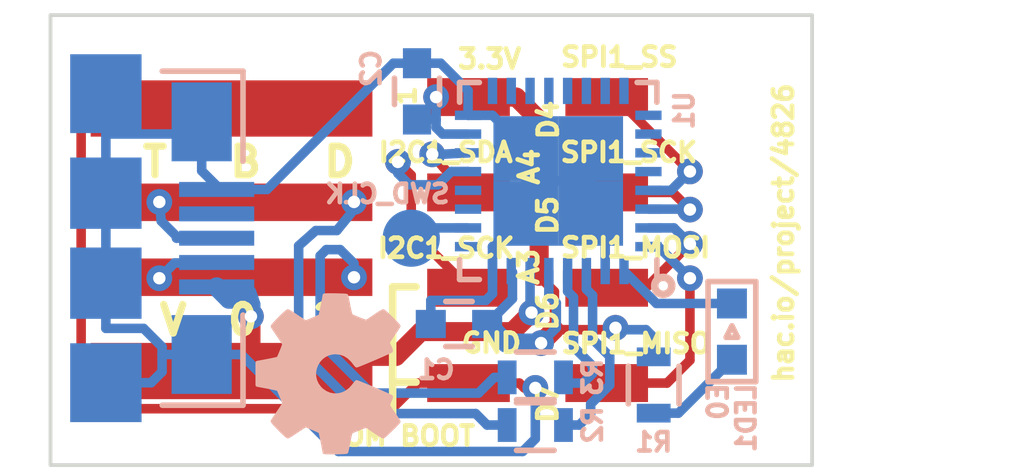
<source format=kicad_pcb>
(kicad_pcb (version 20171130) (host pcbnew "(5.1.12)-1")

  (general
    (thickness 1.6)
    (drawings 36)
    (tracks 244)
    (zones 0)
    (modules 12)
    (nets 17)
  )

  (page A)
  (title_block
    (title "Tiny Bit Dingus")
    (date "Wednesday, June 17, 2015")
    (rev v0.2)
  )

  (layers
    (0 F.Cu signal)
    (31 B.Cu signal)
    (32 B.Adhes user)
    (33 F.Adhes user hide)
    (34 B.Paste user)
    (35 F.Paste user)
    (36 B.SilkS user)
    (37 F.SilkS user)
    (38 B.Mask user)
    (39 F.Mask user)
    (40 Dwgs.User user)
    (41 Cmts.User user)
    (42 Eco1.User user)
    (43 Eco2.User user)
    (44 Edge.Cuts user)
    (45 Margin user)
    (46 B.CrtYd user)
    (47 F.CrtYd user)
    (48 B.Fab user)
    (49 F.Fab user)
  )

  (setup
    (last_trace_width 0.254)
    (trace_clearance 0.127)
    (zone_clearance 0.254)
    (zone_45_only no)
    (trace_min 0.254)
    (via_size 0.6858)
    (via_drill 0.3302)
    (via_min_size 0.6858)
    (via_min_drill 0.3302)
    (uvia_size 0.508)
    (uvia_drill 0.127)
    (uvias_allowed no)
    (uvia_min_size 0.508)
    (uvia_min_drill 0.127)
    (edge_width 0.1)
    (segment_width 0.2)
    (pcb_text_width 0.3)
    (pcb_text_size 1.5 1.5)
    (mod_edge_width 0.15)
    (mod_text_size 1 1)
    (mod_text_width 0.15)
    (pad_size 0.79756 0.79756)
    (pad_drill 0)
    (pad_to_mask_clearance 0)
    (aux_axis_origin 0 0)
    (visible_elements 7FFFFF7F)
    (pcbplotparams
      (layerselection 0x010f0_80000001)
      (usegerberextensions true)
      (usegerberattributes true)
      (usegerberadvancedattributes true)
      (creategerberjobfile true)
      (excludeedgelayer true)
      (linewidth 0.100000)
      (plotframeref false)
      (viasonmask false)
      (mode 1)
      (useauxorigin false)
      (hpglpennumber 1)
      (hpglpenspeed 20)
      (hpglpendiameter 15.000000)
      (psnegative false)
      (psa4output false)
      (plotreference true)
      (plotvalue true)
      (plotinvisibletext false)
      (padsonsilk false)
      (subtractmaskfromsilk false)
      (outputformat 1)
      (mirror false)
      (drillshape 0)
      (scaleselection 1)
      (outputdirectory "oshpark/"))
  )

  (net 0 "")
  (net 1 +3.3V)
  (net 2 VSS)
  (net 3 "Net-(R2-Pad2)")
  (net 4 "Net-(J1-Pad5V)")
  (net 5 "Net-(J1-PadDN)")
  (net 6 "Net-(J1-PadDP)")
  (net 7 SPI1_SS)
  (net 8 I2C1_SDA)
  (net 9 SPI1_SCK)
  (net 10 I2C1_SCL)
  (net 11 SPI1_MOSI)
  (net 12 SPI1_MISO)
  (net 13 "Net-(R3-Pad2)")
  (net 14 "Net-(TP1-Pad1)")
  (net 15 "Net-(LED1-PadA)")
  (net 16 "Net-(LED1-PadC)")

  (net_class Default "This is the default net class."
    (clearance 0.127)
    (trace_width 0.254)
    (via_dia 0.6858)
    (via_drill 0.3302)
    (uvia_dia 0.508)
    (uvia_drill 0.127)
    (add_net +3.3V)
    (add_net I2C1_SCL)
    (add_net I2C1_SDA)
    (add_net "Net-(J1-PadDN)")
    (add_net "Net-(J1-PadDP)")
    (add_net "Net-(LED1-PadA)")
    (add_net "Net-(LED1-PadC)")
    (add_net "Net-(R2-Pad2)")
    (add_net "Net-(R3-Pad2)")
    (add_net "Net-(TP1-Pad1)")
    (add_net SPI1_MISO)
    (add_net SPI1_MOSI)
    (add_net SPI1_SCK)
    (add_net SPI1_SS)
    (add_net VSS)
  )

  (net_class pwr ""
    (clearance 0.127)
    (trace_width 0.508)
    (via_dia 0.6858)
    (via_drill 0.3302)
    (uvia_dia 0.508)
    (uvia_drill 0.127)
    (add_net "Net-(J1-Pad5V)")
  )

  (module tbd:tbd_USB_A_PCB (layer F.Cu) (tedit 557FC5DE) (tstamp 552EBEE2)
    (at 111.442 94.886)
    (path /54FE1B3E)
    (attr smd)
    (fp_text reference J1 (at -0.254 -5.2832) (layer F.SilkS) hide
      (effects (font (size 0.4064 0.4064) (thickness 0.0889)))
    )
    (fp_text value USBPCB (at -0.0508 4.8768) (layer F.SilkS) hide
      (effects (font (size 0.4064 0.4064) (thickness 0.0889)))
    )
    (fp_line (start -4.99872 5.99948) (end -4.99872 -5.99948) (layer Dwgs.User) (width 0.127))
    (fp_line (start 3.69824 5.99948) (end -4.99872 5.99948) (layer Dwgs.User) (width 0.127))
    (fp_line (start 3.69824 -5.99948) (end 3.69824 5.99948) (layer Dwgs.User) (width 0.127))
    (fp_line (start -4.99872 -5.99948) (end 3.69824 -5.99948) (layer Dwgs.User) (width 0.127))
    (pad 5V smd rect (at -0.19812 3.49758) (size 7.49808 1.4986) (layers F.Cu F.Paste F.Mask)
      (net 4 "Net-(J1-Pad5V)"))
    (pad GND smd rect (at -0.19812 -3.49758) (size 7.49808 1.4986) (layers F.Cu F.Paste F.Mask)
      (net 2 VSS))
    (pad DN smd rect (at 0.29972 0.99822) (size 6.49986 0.99822) (layers F.Cu F.Paste F.Mask)
      (net 5 "Net-(J1-PadDN)"))
    (pad DP smd rect (at 0.29972 -0.99822) (size 6.49986 0.99822) (layers F.Cu F.Paste F.Mask)
      (net 6 "Net-(J1-PadDP)"))
  )

  (module tbd:HEADER_2x4_SMT_RA (layer F.Cu) (tedit 5581B14B) (tstamp 55809D5E)
    (at 117.551 91.0844 90)
    (tags "SMT, SMD, HEADER, RIGHT, 2.54")
    (path /557F21D4)
    (fp_text reference P1 (at 0.508 -10.6045 90) (layer F.SilkS) hide
      (effects (font (size 1.5 1.5) (thickness 0.15)))
    )
    (fp_text value CONN_02X04 (at -11.684 -8.0645 90) (layer F.SilkS) hide
      (effects (font (size 1.5 1.5) (thickness 0.15)))
    )
    (fp_line (start -8.636 14.732) (end -8.636 -1.524) (layer Dwgs.User) (width 0.15))
    (fp_line (start 1.016 14.732) (end -8.636 14.732) (layer Dwgs.User) (width 0.15))
    (fp_line (start 1.016 -1.524) (end 1.016 14.732) (layer Dwgs.User) (width 0.15))
    (fp_line (start -8.636 -1.524) (end 1.016 -1.524) (layer Dwgs.User) (width 0.15))
    (pad 1 smd rect (at 0 0 90) (size 1.01 2.200001) (layers F.Cu F.Paste F.Mask)
      (net 1 +3.3V))
    (pad 2 smd rect (at 0 3.67792 90) (size 1.01 2.200001) (layers F.Cu F.Paste F.Mask)
      (net 7 SPI1_SS))
    (pad 4 smd rect (at -2.54 3.67792 90) (size 1.01 2.200001) (layers F.Cu F.Paste F.Mask)
      (net 9 SPI1_SCK))
    (pad 6 smd rect (at -5.08 3.67792 90) (size 1.01 2.200001) (layers F.Cu F.Paste F.Mask)
      (net 11 SPI1_MOSI))
    (pad 8 smd rect (at -7.62 3.67792 90) (size 1.01 2.200001) (layers F.Cu F.Paste F.Mask)
      (net 12 SPI1_MISO))
    (pad 3 smd rect (at -2.54 0 90) (size 1.01 2.200001) (layers F.Cu F.Paste F.Mask)
      (net 8 I2C1_SDA))
    (pad 5 smd rect (at -5.08 0 90) (size 1.01 2.200001) (layers F.Cu F.Paste F.Mask)
      (net 10 I2C1_SCL))
    (pad 7 smd rect (at -7.62 0 90) (size 1.01 2.200001) (layers F.Cu F.Paste F.Mask)
      (net 2 VSS))
    (model ../../../../dl/mbed/tbd/header_2x4.wrl
      (offset (xyz -7.619999885559082 -9.270999860763549 2.539999961853027))
      (scale (xyz 0.3937 0.3937 0.3937))
      (rotate (xyz -90 0 0))
    )
  )

  (module Measurement_Points:Measurement_Point_Round-SMD-Pad_Small (layer B.Cu) (tedit 5581B508) (tstamp 55805F9C)
    (at 116.027 94.8436)
    (descr "Mesurement Point, Round, SMD Pad, DM 1.5mm,")
    (tags "Mesurement Point, Round, SMD Pad, DM 1.5mm,")
    (path /557F2C4F)
    (fp_text reference SWD_CLK (at -0.635 -1.1811) (layer B.SilkS)
      (effects (font (size 0.492 0.492) (thickness 0.123)) (justify mirror))
    )
    (fp_text value SWD_CLK (at 1.27 -2.54) (layer B.Fab)
      (effects (font (size 1 1) (thickness 0.15)) (justify mirror))
    )
    (pad 1 smd circle (at 0 0) (size 1.524 1.524) (layers B.Cu B.Paste B.Mask)
      (net 14 "Net-(TP1-Pad1)"))
  )

  (module tbd:SparkFun-USB-MICROB (layer B.Cu) (tedit 55807BCA) (tstamp 55805308)
    (at 107.899 94.8436 90)
    (descr "MICRO USB PACKAGE")
    (tags "MICRO USB PACKAGE")
    (path /55803322)
    (attr smd)
    (fp_text reference J2 (at -3.048 4.5466 90) (layer B.SilkS) hide
      (effects (font (size 0.89916 0.89916) (thickness 0.14986)) (justify mirror))
    )
    (fp_text value USB-MICROB-5PIN (at 0.127 0 90) (layer B.SilkS) hide
      (effects (font (size 0.89916 0.89916) (thickness 0.14986)) (justify mirror))
    )
    (fp_line (start 3.69824 2.84988) (end 1.66878 2.84988) (layer Dwgs.User) (width 0.127))
    (fp_line (start -3.69824 2.84988) (end -1.66878 2.84988) (layer Dwgs.User) (width 0.127))
    (fp_line (start 3.69824 -2.14884) (end 3.69824 -1.1176) (layer Dwgs.User) (width 0.127))
    (fp_line (start 3.69824 2.84988) (end 3.69824 1.12014) (layer Dwgs.User) (width 0.127))
    (fp_line (start 3.7084 2.84988) (end 3.69824 2.84988) (layer Dwgs.User) (width 0.127))
    (fp_line (start -3.69824 -2.14884) (end -3.69824 -1.1176) (layer Dwgs.User) (width 0.127))
    (fp_line (start -3.69824 2.84988) (end -3.69824 1.11506) (layer Dwgs.User) (width 0.127))
    (fp_line (start 2.8194 -2.74828) (end 0 -2.74828) (layer Dwgs.User) (width 0.127))
    (fp_line (start 3.0988 -2.14884) (end 3.0988 -2.5527) (layer Dwgs.User) (width 0.127))
    (fp_line (start -2.8194 -2.74828) (end 0 -2.74828) (layer Dwgs.User) (width 0.127))
    (fp_line (start -2.99974 -2.14884) (end -2.99974 -2.58318) (layer Dwgs.User) (width 0.127))
    (fp_line (start 3.68808 -2.12344) (end 3.99288 -2.7432) (layer Dwgs.User) (width 0.127))
    (fp_line (start -3.683 -2.11328) (end -3.99796 -2.7432) (layer Dwgs.User) (width 0.127))
    (fp_line (start -3.99796 -2.74828) (end 3.99796 -2.74828) (layer Dwgs.User) (width 0.127))
    (fp_line (start -3.99796 -1.4478) (end 3.99796 -1.4478) (layer Dwgs.User) (width 0.127))
    (fp_line (start -3.69824 2.84988) (end 3.69824 2.83464) (layer Dwgs.User) (width 0.127))
    (fp_line (start -3.69824 -2.14884) (end -3.69824 2.84988) (layer Dwgs.User) (width 0.127))
    (fp_line (start 3.69824 -2.14884) (end 3.69824 2.84988) (layer Dwgs.User) (width 0.127))
    (fp_line (start 3.7084 -2.14376) (end 3.69824 -2.14884) (layer Dwgs.User) (width 0.127))
    (fp_line (start -2.99974 -2.14884) (end -3.69824 -2.14884) (layer Dwgs.User) (width 0.127))
    (fp_line (start 3.0988 -2.14884) (end -2.99974 -2.14884) (layer Dwgs.User) (width 0.127))
    (fp_line (start 3.69824 -2.14884) (end 3.0988 -2.14884) (layer Dwgs.User) (width 0.127))
    (fp_line (start 4.45008 3.64998) (end 4.45008 1.50114) (layer B.SilkS) (width 0.14986))
    (fp_line (start 2.04978 3.64998) (end 4.45008 3.64998) (layer B.SilkS) (width 0.14986))
    (fp_line (start -4.45008 3.64998) (end -4.45008 1.50114) (layer B.SilkS) (width 0.14986))
    (fp_line (start -2.04978 3.64998) (end -4.45008 3.64998) (layer B.SilkS) (width 0.14986))
    (fp_arc (start -2.82702 -2.57556) (end -2.8194 -2.74828) (angle -90) (layer Dwgs.User) (width 0.127))
    (fp_arc (start 2.86004 -2.51206) (end 3.0988 -2.5527) (angle -90) (layer Dwgs.User) (width 0.127))
    (fp_arc (start 0.00762 -2.73304) (end 0.02286 -2.7432) (angle -90) (layer Dwgs.User) (width 0.127))
    (pad D+ smd rect (at 0 2.94894 90) (size 0.39878 1.99898) (layers B.Cu B.Paste B.Mask)
      (net 6 "Net-(J1-PadDP)"))
    (pad D- smd rect (at -0.6477 2.94894 90) (size 0.39878 1.99898) (layers B.Cu B.Paste B.Mask)
      (net 5 "Net-(J1-PadDN)"))
    (pad GND smd rect (at 1.29794 2.94894 90) (size 0.39878 1.99898) (layers B.Cu B.Paste B.Mask)
      (net 2 VSS))
    (pad MTN2 smd rect (at -3.85064 0 90) (size 2.10058 1.89992) (layers B.Cu B.Paste B.Mask)
      (net 2 VSS))
    (pad MTN4 smd rect (at 3.85064 0 90) (size 2.10058 1.89992) (layers B.Cu B.Paste B.Mask)
      (net 2 VSS))
    (pad ID smd rect (at 0.6477 2.94894 90) (size 0.39878 1.99898) (layers B.Cu B.Paste B.Mask))
    (pad VBUS smd rect (at -1.29794 2.94894 90) (size 0.39878 1.99898) (layers B.Cu B.Paste B.Mask)
      (net 4 "Net-(J1-Pad5V)"))
    (pad MTN1 smd rect (at -3.0988 2.55016 90) (size 2.10058 1.6002) (layers B.Cu B.Paste B.Mask)
      (net 2 VSS))
    (pad MTN3 smd rect (at 3.0988 2.55016 90) (size 2.10058 1.6002) (layers B.Cu B.Paste B.Mask)
      (net 2 VSS))
    (pad MTN5 smd rect (at -1.19888 0 90) (size 1.89992 1.89992) (layers B.Cu B.Paste B.Mask)
      (net 2 VSS))
    (pad MTN6 smd rect (at 1.19888 0 90) (size 1.89992 1.89992) (layers B.Cu B.Paste B.Mask)
      (net 2 VSS))
    (model ../../../../dl/mbed/tbd/3d/usb_micro_b.wrl
      (offset (xyz -3.682999944686889 7.950199880599976 0))
      (scale (xyz 0.393 0.393 0.393))
      (rotate (xyz -90 0 0))
    )
  )

  (module tbd:LED-0603 (layer B.Cu) (tedit 5581C22A) (tstamp 55806A18)
    (at 124.562 97.3328 90)
    (descr "LED 0603 smd package")
    (tags "LED led 0603 SMD smd SMT smt smdled SMDLED smtled SMTLED")
    (path /54FF2D4A)
    (attr smd)
    (fp_text reference LED1 (at -2.2987 0.381 90) (layer B.SilkS)
      (effects (font (size 0.49022 0.49022) (thickness 0.122555)) (justify mirror))
    )
    (fp_text value LED0603 (at 0 1.2065 90) (layer B.SilkS) hide
      (effects (font (size 0.89916 0.89916) (thickness 0.14986)) (justify mirror))
    )
    (fp_line (start -1.3335 -0.635) (end -1.3335 0.635) (layer B.SilkS) (width 0.14986))
    (fp_line (start 1.3335 -0.635) (end -1.3335 -0.635) (layer B.SilkS) (width 0.14986))
    (fp_line (start 1.3335 0.635) (end 1.3335 -0.635) (layer B.SilkS) (width 0.14986))
    (fp_line (start -1.3335 0.635) (end 1.3335 0.635) (layer B.SilkS) (width 0.14986))
    (fp_line (start -0.1524 -0.1524) (end -0.1524 0.1524) (layer B.SilkS) (width 0.14986))
    (fp_line (start 0.1524 0) (end -0.1524 -0.1524) (layer B.SilkS) (width 0.14986))
    (fp_line (start -0.1524 0.1524) (end 0.1524 0) (layer B.SilkS) (width 0.14986))
    (pad A smd rect (at -0.7493 0 90) (size 0.79756 0.79756) (layers B.Cu B.Paste B.Mask)
      (net 15 "Net-(LED1-PadA)"))
    (pad C smd rect (at 0.7493 0 90) (size 0.79756 0.79756) (layers B.Cu B.Paste B.Mask)
      (net 16 "Net-(LED1-PadC)"))
    (model smd/Capacitors/C0603.wrl
      (at (xyz 0 0 0))
      (scale (xyz 0.393 0.393 0.393))
      (rotate (xyz 0 0 0))
    )
  )

  (module tbd:QFN-32-1EP_5x5mm_Pitch0.5mm (layer B.Cu) (tedit 55809B42) (tstamp 55805FA4)
    (at 119.939 93.3196 90)
    (descr "UH Package; 32-Lead Plastic QFN (5mm x 5mm); (see Linear Technology QFN_32_05-08-1693.pdf)")
    (tags "QFN 0.5")
    (path /54FDF6EC)
    (attr smd)
    (fp_text reference U1 (at 1.8796 3.3528 90) (layer B.SilkS)
      (effects (font (size 0.492 0.492) (thickness 0.123)) (justify mirror))
    )
    (fp_text value MKL27ZxxxVFM4 (at 0 -3.75 90) (layer B.SilkS) hide
      (effects (font (size 1 1) (thickness 0.15)) (justify mirror))
    )
    (fp_line (start 2.625 2.625) (end 2.1 2.625) (layer B.SilkS) (width 0.15))
    (fp_line (start 2.625 -2.625) (end 2.1 -2.625) (layer B.SilkS) (width 0.15))
    (fp_line (start -2.625 -2.625) (end -2.1 -2.625) (layer B.SilkS) (width 0.15))
    (fp_line (start -2.625 2.625) (end -2.1 2.625) (layer B.SilkS) (width 0.15))
    (fp_line (start 2.625 -2.625) (end 2.625 -2.1) (layer B.SilkS) (width 0.15))
    (fp_line (start -2.625 -2.625) (end -2.625 -2.1) (layer B.SilkS) (width 0.15))
    (fp_line (start 2.625 2.625) (end 2.625 2.1) (layer B.SilkS) (width 0.15))
    (fp_line (start -3 -3) (end 3 -3) (layer B.CrtYd) (width 0.05))
    (fp_line (start -3 3) (end 3 3) (layer B.CrtYd) (width 0.05))
    (fp_line (start 3 3) (end 3 -3) (layer B.CrtYd) (width 0.05))
    (fp_line (start -3 3) (end -3 -3) (layer B.CrtYd) (width 0.05))
    (pad 1 smd rect (at -2.4 1.75 90) (size 0.7 0.25) (layers B.Cu B.Paste B.Mask)
      (net 16 "Net-(LED1-PadC)"))
    (pad 2 smd rect (at -2.4 1.25 90) (size 0.7 0.25) (layers B.Cu B.Paste B.Mask)
      (net 2 VSS))
    (pad 3 smd rect (at -2.4 0.75 90) (size 0.7 0.25) (layers B.Cu B.Paste B.Mask)
      (net 3 "Net-(R2-Pad2)"))
    (pad 4 smd rect (at -2.4 0.25 90) (size 0.7 0.25) (layers B.Cu B.Paste B.Mask)
      (net 13 "Net-(R3-Pad2)"))
    (pad 5 smd rect (at -2.4 -0.25 90) (size 0.7 0.25) (layers B.Cu B.Paste B.Mask)
      (net 1 +3.3V))
    (pad 6 smd rect (at -2.4 -0.75 90) (size 0.7 0.25) (layers B.Cu B.Paste B.Mask)
      (net 4 "Net-(J1-Pad5V)"))
    (pad 7 smd rect (at -2.4 -1.25 90) (size 0.7 0.25) (layers B.Cu B.Paste B.Mask)
      (net 1 +3.3V))
    (pad 8 smd rect (at -2.4 -1.75 90) (size 0.7 0.25) (layers B.Cu B.Paste B.Mask)
      (net 2 VSS))
    (pad 9 smd rect (at -1.75 -2.4) (size 0.7 0.25) (layers B.Cu B.Paste B.Mask))
    (pad 10 smd rect (at -1.25 -2.4) (size 0.7 0.25) (layers B.Cu B.Paste B.Mask)
      (net 14 "Net-(TP1-Pad1)"))
    (pad 11 smd rect (at -0.75 -2.4) (size 0.7 0.25) (layers B.Cu B.Paste B.Mask))
    (pad 12 smd rect (at -0.25 -2.4) (size 0.7 0.25) (layers B.Cu B.Paste B.Mask))
    (pad 13 smd rect (at 0.25 -2.4) (size 0.7 0.25) (layers B.Cu B.Paste B.Mask)
      (net 10 I2C1_SCL))
    (pad 14 smd rect (at 0.75 -2.4) (size 0.7 0.25) (layers B.Cu B.Paste B.Mask)
      (net 8 I2C1_SDA))
    (pad 15 smd rect (at 1.25 -2.4) (size 0.7 0.25) (layers B.Cu B.Paste B.Mask)
      (net 1 +3.3V))
    (pad 16 smd rect (at 1.75 -2.4) (size 0.7 0.25) (layers B.Cu B.Paste B.Mask)
      (net 2 VSS))
    (pad 17 smd rect (at 2.4 -1.75 90) (size 0.7 0.25) (layers B.Cu B.Paste B.Mask))
    (pad 18 smd rect (at 2.4 -1.25 90) (size 0.7 0.25) (layers B.Cu B.Paste B.Mask))
    (pad 19 smd rect (at 2.4 -0.75 90) (size 0.7 0.25) (layers B.Cu B.Paste B.Mask))
    (pad 20 smd rect (at 2.4 -0.25 90) (size 0.7 0.25) (layers B.Cu B.Paste B.Mask))
    (pad 21 smd rect (at 2.4 0.25 90) (size 0.7 0.25) (layers B.Cu B.Paste B.Mask))
    (pad 22 smd rect (at 2.4 0.75 90) (size 0.7 0.25) (layers B.Cu B.Paste B.Mask))
    (pad 23 smd rect (at 2.4 1.25 90) (size 0.7 0.25) (layers B.Cu B.Paste B.Mask))
    (pad 24 smd rect (at 2.4 1.75 90) (size 0.7 0.25) (layers B.Cu B.Paste B.Mask))
    (pad 25 smd rect (at 1.75 2.4) (size 0.7 0.25) (layers B.Cu B.Paste B.Mask))
    (pad 26 smd rect (at 1.25 2.4) (size 0.7 0.25) (layers B.Cu B.Paste B.Mask))
    (pad 27 smd rect (at 0.75 2.4) (size 0.7 0.25) (layers B.Cu B.Paste B.Mask))
    (pad 28 smd rect (at 0.25 2.4) (size 0.7 0.25) (layers B.Cu B.Paste B.Mask))
    (pad 29 smd rect (at -0.25 2.4) (size 0.7 0.25) (layers B.Cu B.Paste B.Mask)
      (net 7 SPI1_SS))
    (pad 30 smd rect (at -0.75 2.4) (size 0.7 0.25) (layers B.Cu B.Paste B.Mask)
      (net 9 SPI1_SCK))
    (pad 31 smd rect (at -1.25 2.4) (size 0.7 0.25) (layers B.Cu B.Paste B.Mask)
      (net 11 SPI1_MOSI))
    (pad 32 smd rect (at -1.75 2.4) (size 0.7 0.25) (layers B.Cu B.Paste B.Mask)
      (net 12 SPI1_MISO))
    (pad 33 smd rect (at 0.8625 -0.8625 90) (size 1.725 1.725) (layers B.Cu B.Paste B.Mask)
      (net 2 VSS) (solder_paste_margin_ratio -0.2))
    (pad 33 smd rect (at 0.8625 0.8625 90) (size 1.725 1.725) (layers B.Cu B.Paste B.Mask)
      (net 2 VSS) (solder_paste_margin_ratio -0.2))
    (pad 33 smd rect (at -0.8625 -0.8625 90) (size 1.725 1.725) (layers B.Cu B.Paste B.Mask)
      (net 2 VSS) (solder_paste_margin_ratio -0.2))
    (pad 33 smd rect (at -0.8625 0.8625 90) (size 1.725 1.725) (layers B.Cu B.Paste B.Mask)
      (net 2 VSS) (solder_paste_margin_ratio -0.2))
    (model ../../../../dl/mbed/tbd/3d/QFN-32-1EP_5x5mm_Pitch0.5mm.wrl
      (at (xyz 0 0 0))
      (scale (xyz 1 1 1))
      (rotate (xyz 0 0 0))
    )
  )

  (module tbd:C_0603 (layer B.Cu) (tedit 558099A6) (tstamp 55804E2D)
    (at 116.18 90.932 90)
    (descr "Capacitor SMD 0603, reflow soldering, AVX (see smccp.pdf)")
    (tags "capacitor 0603")
    (path /54FE2A45)
    (attr smd)
    (fp_text reference C2 (at 0.6096 -1.2192 90) (layer B.SilkS)
      (effects (font (size 0.492 0.492) (thickness 0.123)) (justify mirror))
    )
    (fp_text value 100nF (at 0 -1.9 90) (layer B.Fab)
      (effects (font (size 1 1) (thickness 0.15)) (justify mirror))
    )
    (fp_line (start 0.35 -0.6) (end -0.35 -0.6) (layer B.SilkS) (width 0.15))
    (fp_line (start -0.35 0.6) (end 0.35 0.6) (layer B.SilkS) (width 0.15))
    (fp_line (start 1.45 0.75) (end 1.45 -0.75) (layer B.CrtYd) (width 0.05))
    (fp_line (start -1.45 0.75) (end -1.45 -0.75) (layer B.CrtYd) (width 0.05))
    (fp_line (start -1.45 -0.75) (end 1.45 -0.75) (layer B.CrtYd) (width 0.05))
    (fp_line (start -1.45 0.75) (end 1.45 0.75) (layer B.CrtYd) (width 0.05))
    (pad 1 smd rect (at -0.75 0 90) (size 0.8 0.75) (layers B.Cu B.Paste B.Mask)
      (net 1 +3.3V))
    (pad 2 smd rect (at 0.75 0 90) (size 0.8 0.75) (layers B.Cu B.Paste B.Mask)
      (net 2 VSS))
    (model Capacitors_SMD/C_0603J.wrl
      (at (xyz 0 0 0))
      (scale (xyz 1 1 1))
      (rotate (xyz 0 0 0))
    )
  )

  (module tbd:C_0603 (layer B.Cu) (tedit 558099A6) (tstamp 5)
    (at 117.297 97.1296 180)
    (descr "Capacitor SMD 0603, reflow soldering, AVX (see smccp.pdf)")
    (tags "capacitor 0603")
    (path /54FE2758)
    (attr smd)
    (fp_text reference C1 (at 0.6096 -1.2192 180) (layer B.SilkS)
      (effects (font (size 0.492 0.492) (thickness 0.123)) (justify mirror))
    )
    (fp_text value 100nF (at 0 -1.9 180) (layer B.Fab)
      (effects (font (size 1 1) (thickness 0.15)) (justify mirror))
    )
    (fp_line (start 0.35 -0.6) (end -0.35 -0.6) (layer B.SilkS) (width 0.15))
    (fp_line (start -0.35 0.6) (end 0.35 0.6) (layer B.SilkS) (width 0.15))
    (fp_line (start 1.45 0.75) (end 1.45 -0.75) (layer B.CrtYd) (width 0.05))
    (fp_line (start -1.45 0.75) (end -1.45 -0.75) (layer B.CrtYd) (width 0.05))
    (fp_line (start -1.45 -0.75) (end 1.45 -0.75) (layer B.CrtYd) (width 0.05))
    (fp_line (start -1.45 0.75) (end 1.45 0.75) (layer B.CrtYd) (width 0.05))
    (pad 1 smd rect (at -0.75 0 180) (size 0.8 0.75) (layers B.Cu B.Paste B.Mask)
      (net 1 +3.3V))
    (pad 2 smd rect (at 0.75 0 180) (size 0.8 0.75) (layers B.Cu B.Paste B.Mask)
      (net 2 VSS))
    (model Capacitors_SMD/C_0603J.wrl
      (at (xyz 0 0 0))
      (scale (xyz 1 1 1))
      (rotate (xyz 0 0 0))
    )
  )

  (module tbd:R_0603 (layer B.Cu) (tedit 55809AE9) (tstamp 55804E4E)
    (at 119.329 98.552)
    (descr "Resistor SMD 0603, reflow soldering, Vishay (see dcrcw.pdf)")
    (tags "resistor 0603")
    (path /54FE2512)
    (attr smd)
    (fp_text reference R3 (at 1.524 0 90) (layer B.SilkS)
      (effects (font (size 0.492 0.492) (thickness 0.123)) (justify mirror))
    )
    (fp_text value 33R (at 0 -1.9) (layer B.Fab)
      (effects (font (size 1 1) (thickness 0.15)) (justify mirror))
    )
    (fp_line (start -0.5 0.675) (end 0.5 0.675) (layer B.SilkS) (width 0.15))
    (fp_line (start 0.5 -0.675) (end -0.5 -0.675) (layer B.SilkS) (width 0.15))
    (fp_line (start 1.3 0.8) (end 1.3 -0.8) (layer B.CrtYd) (width 0.05))
    (fp_line (start -1.3 0.8) (end -1.3 -0.8) (layer B.CrtYd) (width 0.05))
    (fp_line (start -1.3 -0.8) (end 1.3 -0.8) (layer B.CrtYd) (width 0.05))
    (fp_line (start -1.3 0.8) (end 1.3 0.8) (layer B.CrtYd) (width 0.05))
    (pad 1 smd rect (at -0.75 0) (size 0.5 0.9) (layers B.Cu B.Paste B.Mask)
      (net 5 "Net-(J1-PadDN)"))
    (pad 2 smd rect (at 0.75 0) (size 0.5 0.9) (layers B.Cu B.Paste B.Mask)
      (net 13 "Net-(R3-Pad2)"))
    (model Resistors_SMD/R_0603.wrl
      (at (xyz 0 0 0))
      (scale (xyz 1 1 1))
      (rotate (xyz 0 0 0))
    )
  )

  (module tbd:R_0603 (layer B.Cu) (tedit 55809AE9) (tstamp 5)
    (at 119.329 99.822)
    (descr "Resistor SMD 0603, reflow soldering, Vishay (see dcrcw.pdf)")
    (tags "resistor 0603")
    (path /54FE2573)
    (attr smd)
    (fp_text reference R2 (at 1.524 0 90) (layer B.SilkS)
      (effects (font (size 0.492 0.492) (thickness 0.123)) (justify mirror))
    )
    (fp_text value 33R (at 0 -1.9) (layer B.Fab)
      (effects (font (size 1 1) (thickness 0.15)) (justify mirror))
    )
    (fp_line (start -0.5 0.675) (end 0.5 0.675) (layer B.SilkS) (width 0.15))
    (fp_line (start 0.5 -0.675) (end -0.5 -0.675) (layer B.SilkS) (width 0.15))
    (fp_line (start 1.3 0.8) (end 1.3 -0.8) (layer B.CrtYd) (width 0.05))
    (fp_line (start -1.3 0.8) (end -1.3 -0.8) (layer B.CrtYd) (width 0.05))
    (fp_line (start -1.3 -0.8) (end 1.3 -0.8) (layer B.CrtYd) (width 0.05))
    (fp_line (start -1.3 0.8) (end 1.3 0.8) (layer B.CrtYd) (width 0.05))
    (pad 1 smd rect (at -0.75 0) (size 0.5 0.9) (layers B.Cu B.Paste B.Mask)
      (net 6 "Net-(J1-PadDP)"))
    (pad 2 smd rect (at 0.75 0) (size 0.5 0.9) (layers B.Cu B.Paste B.Mask)
      (net 3 "Net-(R2-Pad2)"))
    (model Resistors_SMD/R_0603.wrl
      (at (xyz 0 0 0))
      (scale (xyz 1 1 1))
      (rotate (xyz 0 0 0))
    )
  )

  (module tbd:R_0603 (layer B.Cu) (tedit 55809AE9) (tstamp 5)
    (at 122.479 98.7552 270)
    (descr "Resistor SMD 0603, reflow soldering, Vishay (see dcrcw.pdf)")
    (tags "resistor 0603")
    (path /552EB608)
    (attr smd)
    (fp_text reference R1 (at 1.524 0) (layer B.SilkS)
      (effects (font (size 0.492 0.492) (thickness 0.123)) (justify mirror))
    )
    (fp_text value 100R (at 0 -1.9 270) (layer B.Fab)
      (effects (font (size 1 1) (thickness 0.15)) (justify mirror))
    )
    (fp_line (start -0.5 0.675) (end 0.5 0.675) (layer B.SilkS) (width 0.15))
    (fp_line (start 0.5 -0.675) (end -0.5 -0.675) (layer B.SilkS) (width 0.15))
    (fp_line (start 1.3 0.8) (end 1.3 -0.8) (layer B.CrtYd) (width 0.05))
    (fp_line (start -1.3 0.8) (end -1.3 -0.8) (layer B.CrtYd) (width 0.05))
    (fp_line (start -1.3 -0.8) (end 1.3 -0.8) (layer B.CrtYd) (width 0.05))
    (fp_line (start -1.3 0.8) (end 1.3 0.8) (layer B.CrtYd) (width 0.05))
    (pad 1 smd rect (at -0.75 0 270) (size 0.5 0.9) (layers B.Cu B.Paste B.Mask)
      (net 1 +3.3V))
    (pad 2 smd rect (at 0.75 0 270) (size 0.5 0.9) (layers B.Cu B.Paste B.Mask)
      (net 15 "Net-(LED1-PadA)"))
    (model Resistors_SMD/R_0603.wrl
      (at (xyz 0 0 0))
      (scale (xyz 1 1 1))
      (rotate (xyz 0 0 0))
    )
  )

  (module tbd:OSHW_LOGO_NOTEXT_TINY (layer B.Cu) (tedit 5581AC3E) (tstamp 5581AD83)
    (at 113.8428 98.4504 270)
    (fp_text reference G*** (at -0.3175 2.921 270) (layer B.SilkS) hide
      (effects (font (size 1.524 1.524) (thickness 0.3)) (justify mirror))
    )
    (fp_text value LOGO (at 0.4445 -3.1115 270) (layer B.SilkS) hide
      (effects (font (size 1.524 1.524) (thickness 0.3)) (justify mirror))
    )
    (fp_poly (pts (xy 2.103621 -0.04472) (xy 2.103133 -0.120257) (xy 2.101974 -0.198732) (xy 2.100221 -0.27509)
      (xy 2.097951 -0.344278) (xy 2.09524 -0.401243) (xy 2.092163 -0.440932) (xy 2.088798 -0.458291)
      (xy 2.088502 -0.458575) (xy 2.070657 -0.463878) (xy 2.029784 -0.473247) (xy 1.970617 -0.485684)
      (xy 1.89789 -0.500188) (xy 1.826398 -0.513877) (xy 1.744009 -0.530239) (xy 1.671432 -0.546323)
      (xy 1.613373 -0.560959) (xy 1.574534 -0.572976) (xy 1.560278 -0.580107) (xy 1.548731 -0.599983)
      (xy 1.529907 -0.640196) (xy 1.506222 -0.694744) (xy 1.480096 -0.757629) (xy 1.453947 -0.82285)
      (xy 1.430193 -0.884408) (xy 1.411253 -0.936301) (xy 1.399545 -0.972531) (xy 1.396948 -0.985329)
      (xy 1.404655 -1.002557) (xy 1.426 -1.03873) (xy 1.458373 -1.089718) (xy 1.49916 -1.151392)
      (xy 1.538111 -1.208573) (xy 1.584039 -1.276448) (xy 1.623716 -1.33758) (xy 1.654518 -1.38772)
      (xy 1.673818 -1.422619) (xy 1.679222 -1.436988) (xy 1.669709 -1.452829) (xy 1.64365 -1.484417)
      (xy 1.604761 -1.527932) (xy 1.556762 -1.579548) (xy 1.50337 -1.635443) (xy 1.448304 -1.691794)
      (xy 1.395281 -1.744778) (xy 1.348019 -1.790571) (xy 1.310237 -1.82535) (xy 1.285653 -1.845292)
      (xy 1.278973 -1.848555) (xy 1.263955 -1.84094) (xy 1.229847 -1.819853) (xy 1.180728 -1.787934)
      (xy 1.120681 -1.747824) (xy 1.071152 -1.714109) (xy 1.004568 -1.668827) (xy 0.944896 -1.628983)
      (xy 0.896515 -1.597443) (xy 0.863807 -1.577074) (xy 0.852456 -1.57095) (xy 0.829207 -1.572558)
      (xy 0.788988 -1.585024) (xy 0.739689 -1.605843) (xy 0.733778 -1.608666) (xy 0.684983 -1.630145)
      (xy 0.644452 -1.644135) (xy 0.619976 -1.648014) (xy 0.618208 -1.647576) (xy 0.609743 -1.633857)
      (xy 0.592056 -1.597683) (xy 0.566701 -1.542679) (xy 0.535231 -1.472475) (xy 0.4992 -1.390698)
      (xy 0.460161 -1.300977) (xy 0.419666 -1.206938) (xy 0.379271 -1.112211) (xy 0.340527 -1.020423)
      (xy 0.304988 -0.935201) (xy 0.274208 -0.860175) (xy 0.24974 -0.798971) (xy 0.233136 -0.755218)
      (xy 0.225951 -0.732544) (xy 0.225778 -0.731005) (xy 0.236349 -0.719269) (xy 0.264576 -0.695354)
      (xy 0.305231 -0.663597) (xy 0.32401 -0.649515) (xy 0.422353 -0.561189) (xy 0.497214 -0.461437)
      (xy 0.548363 -0.353443) (xy 0.575571 -0.24039) (xy 0.578607 -0.125463) (xy 0.557243 -0.011844)
      (xy 0.511249 0.097283) (xy 0.440396 0.198734) (xy 0.388982 0.251737) (xy 0.291665 0.324117)
      (xy 0.187128 0.371639) (xy 0.078517 0.395691) (xy -0.031017 0.397663) (xy -0.138327 0.378945)
      (xy -0.240264 0.340924) (xy -0.33368 0.284992) (xy -0.415426 0.212537) (xy -0.482353 0.124949)
      (xy -0.531314 0.023616) (xy -0.559159 -0.090071) (xy -0.564444 -0.168981) (xy -0.551105 -0.295382)
      (xy -0.511358 -0.412212) (xy -0.445613 -0.518701) (xy -0.35428 -0.614075) (xy -0.309899 -0.649515)
      (xy -0.265702 -0.683212) (xy -0.23182 -0.710821) (xy -0.21348 -0.728004) (xy -0.211667 -0.731005)
      (xy -0.217035 -0.749684) (xy -0.232105 -0.790069) (xy -0.255322 -0.848531) (xy -0.28513 -0.921442)
      (xy -0.319975 -1.005175) (xy -0.358303 -1.096102) (xy -0.398559 -1.190594) (xy -0.439188 -1.285023)
      (xy -0.478636 -1.375762) (xy -0.515348 -1.459182) (xy -0.547769 -1.531656) (xy -0.574345 -1.589555)
      (xy -0.593522 -1.629251) (xy -0.603744 -1.647117) (xy -0.604487 -1.647725) (xy -0.625885 -1.645418)
      (xy -0.664645 -1.632409) (xy -0.713251 -1.611325) (xy -0.724986 -1.605632) (xy -0.8255 -1.55587)
      (xy -1.039403 -1.702213) (xy -1.10799 -1.748707) (xy -1.168788 -1.789108) (xy -1.217904 -1.820895)
      (xy -1.251445 -1.841546) (xy -1.26537 -1.848555) (xy -1.278626 -1.839009) (xy -1.308431 -1.812413)
      (xy -1.351536 -1.771832) (xy -1.404694 -1.720328) (xy -1.464656 -1.660966) (xy -1.471272 -1.654345)
      (xy -1.531359 -1.59298) (xy -1.583866 -1.537131) (xy -1.625706 -1.490268) (xy -1.65379 -1.45586)
      (xy -1.665031 -1.437374) (xy -1.665111 -1.436617) (xy -1.657394 -1.417779) (xy -1.635993 -1.380148)
      (xy -1.603533 -1.327967) (xy -1.562636 -1.265475) (xy -1.524 -1.208573) (xy -1.478152 -1.141105)
      (xy -1.43852 -1.080845) (xy -1.407716 -1.031923) (xy -1.388352 -0.998469) (xy -1.382836 -0.985329)
      (xy -1.388074 -0.963565) (xy -1.402229 -0.921955) (xy -1.422883 -0.866499) (xy -1.447618 -0.803198)
      (xy -1.474015 -0.738052) (xy -1.499657 -0.677059) (xy -1.522124 -0.626221) (xy -1.538999 -0.591538)
      (xy -1.546167 -0.580107) (xy -1.565537 -0.571144) (xy -1.608022 -0.558593) (xy -1.668917 -0.543624)
      (xy -1.743519 -0.527408) (xy -1.812287 -0.513877) (xy -1.893031 -0.498378) (xy -1.964386 -0.484068)
      (xy -2.021615 -0.471946) (xy -2.059984 -0.463011) (xy -2.07439 -0.458575) (xy -2.077776 -0.443348)
      (xy -2.08088 -0.405361) (xy -2.083625 -0.349668) (xy -2.085936 -0.281323) (xy -2.087736 -0.205378)
      (xy -2.088948 -0.126887) (xy -2.089496 -0.050903) (xy -2.089305 0.017521) (xy -2.088297 0.073331)
      (xy -2.086396 0.111475) (xy -2.083526 0.126899) (xy -2.083235 0.127) (xy -2.061384 0.129657)
      (xy -2.018382 0.136929) (xy -1.959438 0.14777) (xy -1.889766 0.161135) (xy -1.814575 0.175976)
      (xy -1.739078 0.191247) (xy -1.668485 0.205903) (xy -1.608008 0.218897) (xy -1.562858 0.229182)
      (xy -1.538247 0.235713) (xy -1.535359 0.236997) (xy -1.52511 0.2545) (xy -1.506918 0.292208)
      (xy -1.483305 0.34423) (xy -1.456793 0.404674) (xy -1.429906 0.467649) (xy -1.405164 0.527263)
      (xy -1.385092 0.577624) (xy -1.372211 0.612843) (xy -1.368778 0.626073) (xy -1.376412 0.64283)
      (xy -1.397641 0.678779) (xy -1.429949 0.729938) (xy -1.470823 0.792324) (xy -1.516944 0.860778)
      (xy -1.563862 0.930666) (xy -1.604664 0.993632) (xy -1.636822 1.045598) (xy -1.657811 1.082483)
      (xy -1.665111 1.100038) (xy -1.655511 1.117659) (xy -1.629187 1.150124) (xy -1.589853 1.193762)
      (xy -1.541225 1.244902) (xy -1.487016 1.299875) (xy -1.430942 1.35501) (xy -1.376717 1.406636)
      (xy -1.328056 1.451083) (xy -1.288673 1.48468) (xy -1.262283 1.503757) (xy -1.253685 1.506574)
      (xy -1.236483 1.496555) (xy -1.200084 1.473125) (xy -1.148495 1.43894) (xy -1.085722 1.396654)
      (xy -1.016373 1.349335) (xy -0.946849 1.30215) (xy -0.8848 1.26106) (xy -0.834137 1.228574)
      (xy -0.798772 1.2072) (xy -0.782618 1.199445) (xy -0.782583 1.199445) (xy -0.762824 1.20468)
      (xy -0.723325 1.21873) (xy -0.670156 1.239114) (xy -0.609392 1.26335) (xy -0.547105 1.288956)
      (xy -0.489367 1.313451) (xy -0.442251 1.334353) (xy -0.411829 1.349181) (xy -0.404144 1.354101)
      (xy -0.397575 1.371504) (xy -0.387056 1.412215) (xy -0.373591 1.471757) (xy -0.358188 1.545655)
      (xy -0.341853 1.629432) (xy -0.339926 1.63968) (xy -0.288912 1.912056) (xy 0.007056 1.912056)
      (xy 0.303023 1.912056) (xy 0.354037 1.63968) (xy 0.370415 1.555039) (xy 0.38598 1.479753)
      (xy 0.399723 1.418298) (xy 0.41064 1.375152) (xy 0.417723 1.354788) (xy 0.418255 1.354101)
      (xy 0.435868 1.344063) (xy 0.473786 1.326475) (xy 0.525938 1.303818) (xy 0.586252 1.278574)
      (xy 0.648654 1.253223) (xy 0.707071 1.230249) (xy 0.755433 1.212133) (xy 0.787664 1.201356)
      (xy 0.796695 1.199445) (xy 0.812706 1.207099) (xy 0.847953 1.22839) (xy 0.898526 1.260809)
      (xy 0.960511 1.301849) (xy 1.029998 1.349001) (xy 1.030485 1.349335) (xy 1.10039 1.397032)
      (xy 1.163086 1.439261) (xy 1.214565 1.473368) (xy 1.250821 1.496697) (xy 1.267796 1.506574)
      (xy 1.283309 1.49938) (xy 1.314324 1.475187) (xy 1.357127 1.437666) (xy 1.408001 1.390486)
      (xy 1.463234 1.337319) (xy 1.519109 1.281834) (xy 1.571913 1.227703) (xy 1.617932 1.178596)
      (xy 1.653449 1.138182) (xy 1.674752 1.110134) (xy 1.679222 1.100038) (xy 1.671564 1.081796)
      (xy 1.650272 1.044494) (xy 1.617873 0.992212) (xy 1.576893 0.929029) (xy 1.531056 0.860778)
      (xy 1.484208 0.791232) (xy 1.443455 0.728997) (xy 1.411308 0.678056) (xy 1.390282 0.64239)
      (xy 1.382889 0.626073) (xy 1.38832 0.606953) (xy 1.402931 0.568043) (xy 1.424201 0.515235)
      (xy 1.449606 0.454419) (xy 1.476624 0.391488) (xy 1.502734 0.332334) (xy 1.525411 0.282846)
      (xy 1.542135 0.248918) (xy 1.54947 0.236997) (xy 1.564867 0.232175) (xy 1.602792 0.2232)
      (xy 1.658033 0.211116) (xy 1.725379 0.196972) (xy 1.799619 0.181812) (xy 1.875541 0.166683)
      (xy 1.947935 0.152631) (xy 2.011589 0.140703) (xy 2.061292 0.131945) (xy 2.091833 0.127403)
      (xy 2.097346 0.127) (xy 2.100302 0.113741) (xy 2.102282 0.077333) (xy 2.103363 0.022828)
      (xy 2.103621 -0.04472)) (layer B.SilkS) (width 0.1))
  )

  (gr_text hac.io/project/4826 (at 125.9332 94.7039 90) (layer F.SilkS)
    (effects (font (size 0.508 0.508) (thickness 0.127)))
  )
  (gr_text E0 (at 124.1933 99.1997 90) (layer B.SilkS)
    (effects (font (size 0.508 0.508) (thickness 0.127)) (justify mirror))
  )
  (gr_text D7 (at 119.6594 99.2505 90) (layer F.SilkS)
    (effects (font (size 0.508 0.508) (thickness 0.127)))
  )
  (gr_text D6 (at 119.6594 96.7867 90) (layer F.SilkS)
    (effects (font (size 0.508 0.508) (thickness 0.127)))
  )
  (gr_text D5 (at 119.6594 94.234 90) (layer F.SilkS)
    (effects (font (size 0.508 0.508) (thickness 0.127)))
  )
  (gr_text D4 (at 119.6721 91.694 90) (layer F.SilkS)
    (effects (font (size 0.508 0.508) (thickness 0.127)))
  )
  (gr_text A3 (at 119.1514 95.6056 90) (layer F.SilkS)
    (effects (font (size 0.508 0.508) (thickness 0.127)))
  )
  (gr_text A4 (at 119.1641 92.9386 90) (layer F.SilkS)
    (effects (font (size 0.508 0.508) (thickness 0.127)))
  )
  (gr_text 1 (at 115.8875 91.0463 90) (layer F.SilkS)
    (effects (font (size 0.508 0.508) (thickness 0.127)))
  )
  (gr_text "ROM BOOT" (at 115.7224 100.1141) (layer F.SilkS)
    (effects (font (size 0.508 0.508) (thickness 0.127)))
  )
  (gr_text "V  0 . 2" (at 111.76 97.028) (layer F.SilkS) (tstamp 5580A854)
    (effects (font (size 0.762 0.762) (thickness 0.1905)))
  )
  (gr_text "T   B   D" (at 111.7092 92.8116) (layer F.SilkS)
    (effects (font (size 0.762 0.762) (thickness 0.1905)))
  )
  (gr_text GND (at 118.1608 97.6376) (layer F.SilkS)
    (effects (font (size 0.508 0.508) (thickness 0.127)))
  )
  (gr_text I2C1_SCK (at 116.9543 95.1103) (layer F.SilkS)
    (effects (font (size 0.508 0.508) (thickness 0.127)))
  )
  (gr_text I2C1_SDA (at 116.9416 92.5576) (layer F.SilkS)
    (effects (font (size 0.508 0.508) (thickness 0.127)))
  )
  (gr_text SPI1_MISO (at 122.0089 97.6503) (layer F.SilkS)
    (effects (font (size 0.508 0.508) (thickness 0.127)))
  )
  (gr_text SPI1_MOSI (at 121.9962 95.0976) (layer F.SilkS)
    (effects (font (size 0.508 0.508) (thickness 0.127)))
  )
  (gr_text SPI1_SCK (at 121.8184 92.5576) (layer F.SilkS)
    (effects (font (size 0.508 0.508) (thickness 0.127)))
  )
  (gr_text SPI1_SS (at 121.5644 90.0176) (layer F.SilkS)
    (effects (font (size 0.508 0.508) (thickness 0.127)))
  )
  (gr_text 3.3V (at 118.11 90.0684) (layer F.SilkS)
    (effects (font (size 0.508 0.508) (thickness 0.127)))
  )
  (gr_line (start 115.5319 98.3361) (end 115.5319 99.7585) (angle 90) (layer F.SilkS) (width 0.2))
  (gr_line (start 115.5319 98.679) (end 116.1542 98.679) (angle 90) (layer F.SilkS) (width 0.2))
  (gr_line (start 115.5319 96.139) (end 115.5319 98.679) (angle 90) (layer F.SilkS) (width 0.2))
  (gr_line (start 116.1542 96.139) (end 115.5319 96.139) (angle 90) (layer F.SilkS) (width 0.2))
  (gr_line (start 106.426 100.8888) (end 106.426 88.9) (angle 90) (layer Edge.Cuts) (width 0.1))
  (gr_line (start 126.6952 100.8888) (end 106.426 100.8888) (angle 90) (layer Edge.Cuts) (width 0.1))
  (gr_line (start 126.6952 88.9) (end 126.6952 100.8888) (angle 90) (layer Edge.Cuts) (width 0.1))
  (gr_line (start 106.426 88.9) (end 126.6952 88.9) (angle 90) (layer Edge.Cuts) (width 0.1))
  (gr_line (start 126.6952 88.9) (end 125.4252 88.9) (angle 90) (layer Margin) (width 0.2))
  (gr_line (start 126.6952 100.8888) (end 125.5268 100.8888) (angle 90) (layer Margin) (width 0.2))
  (gr_line (start 106.426 100.8888) (end 106.426 88.9) (angle 90) (layer Margin) (width 0.2))
  (gr_line (start 106.4768 100.8888) (end 106.426 100.8888) (angle 90) (layer Margin) (width 0.2))
  (gr_line (start 125.5268 100.8888) (end 106.4768 100.8888) (angle 90) (layer Margin) (width 0.2))
  (gr_line (start 126.6952 88.9) (end 126.6952 100.8888) (angle 90) (layer Margin) (width 0.2))
  (gr_line (start 106.426 88.9) (end 125.5268 88.9) (angle 90) (layer Margin) (width 0.2))
  (gr_circle (center 122.7328 96.1136) (end 122.936 96.2152) (layer B.SilkS) (width 0.2))

  (segment (start 116.434 91.6626) (end 116.1994 91.6626) (width 0.254) (layer B.Cu) (net 1))
  (segment (start 116.1994 91.6626) (end 116.18 91.682) (width 0.254) (layer B.Cu) (net 1))
  (segment (start 116.434 91.6626) (end 116.688 91.682) (width 0.254) (layer B.Cu) (net 1))
  (segment (start 116.18 91.6432) (end 116.434 91.6626) (width 0.254) (layer B.Cu) (net 1))
  (segment (start 116.688 91.682) (end 116.688 91.0844) (width 0.254) (layer B.Cu) (net 1))
  (segment (start 116.688 91.694) (end 116.688 91.682) (width 0.254) (layer B.Cu) (net 1))
  (segment (start 116.688 91.682) (end 116.676 91.694) (width 0.254) (layer B.Cu) (net 1))
  (segment (start 116.676 91.694) (end 116.688 91.694) (width 0.254) (layer B.Cu) (net 1))
  (segment (start 119.837 97.282) (end 121.412 97.282) (width 0.254) (layer F.Cu) (net 1))
  (segment (start 121.412 97.282) (end 121.463 97.2312) (width 0.254) (layer F.Cu) (net 1))
  (segment (start 121.463 97.2312) (end 121.514 97.282) (width 0.254) (layer B.Cu) (net 1))
  (segment (start 121.514 97.282) (end 122.276 97.282) (width 0.254) (layer B.Cu) (net 1))
  (segment (start 122.276 97.282) (end 122.479 97.4852) (width 0.254) (layer B.Cu) (net 1))
  (segment (start 122.479 97.4852) (end 122.479 98.0052) (width 0.254) (layer B.Cu) (net 1))
  (segment (start 118.689 95.7196) (end 118.72 95.7504) (width 0.254) (layer B.Cu) (net 1))
  (segment (start 118.72 95.7504) (end 118.72 96.4572) (width 0.254) (layer B.Cu) (net 1))
  (segment (start 118.72 96.4572) (end 118.047 97.1296) (width 0.254) (layer B.Cu) (net 1))
  (segment (start 119.482 97.6376) (end 118.555 97.6376) (width 0.508) (layer B.Cu) (net 1))
  (segment (start 118.555 97.6376) (end 118.047 97.1296) (width 0.508) (layer B.Cu) (net 1))
  (segment (start 117.551 91.0844) (end 118.821 91.0844) (width 0.508) (layer F.Cu) (net 1))
  (segment (start 118.821 91.0844) (end 119.431 91.694) (width 0.508) (layer F.Cu) (net 1))
  (segment (start 119.431 91.694) (end 119.431 95.8596) (width 0.508) (layer F.Cu) (net 1))
  (segment (start 119.837 97.282) (end 119.482 97.6376) (width 0.508) (layer F.Cu) (net 1))
  (segment (start 119.837 97.282) (end 119.837 96.266) (width 0.254) (layer F.Cu) (net 1))
  (segment (start 119.837 96.266) (end 119.431 95.8596) (width 0.254) (layer F.Cu) (net 1))
  (segment (start 117.539 92.0696) (end 116.86 92.0696) (width 0.254) (layer B.Cu) (net 1))
  (segment (start 116.86 92.0696) (end 116.688 91.8972) (width 0.254) (layer B.Cu) (net 1))
  (segment (start 116.688 91.8972) (end 116.688 91.694) (width 0.254) (layer B.Cu) (net 1))
  (segment (start 116.688 91.0844) (end 117.551 91.0844) (width 0.254) (layer F.Cu) (net 1))
  (segment (start 119.482 97.6376) (end 119.888 97.2312) (width 0.254) (layer B.Cu) (net 1))
  (segment (start 119.888 97.2312) (end 119.888 96.5708) (width 0.254) (layer B.Cu) (net 1))
  (segment (start 119.888 96.5708) (end 119.689 96.3716) (width 0.254) (layer B.Cu) (net 1))
  (segment (start 119.689 96.3716) (end 119.689 95.7196) (width 0.254) (layer B.Cu) (net 1))
  (via (at 121.463 97.2312) (size 0.6858) (layers F.Cu B.Cu) (net 1))
  (via (at 119.482 97.6376) (size 0.6858) (layers F.Cu B.Cu) (net 1))
  (via (at 116.688 91.0844) (size 0.6858) (layers F.Cu B.Cu) (net 1))
  (segment (start 111.2439 91.3884) (end 107.2408 91.3884) (width 0.254) (layer F.Cu) (net 2))
  (segment (start 117.551 98.7044) (end 116.1969 98.7044) (width 0.254) (layer F.Cu) (net 2))
  (segment (start 116.1969 98.7044) (end 115.5142 99.3871) (width 0.254) (layer F.Cu) (net 2))
  (segment (start 115.5142 99.3871) (end 107.3542 99.3871) (width 0.254) (layer F.Cu) (net 2))
  (segment (start 107.3542 99.3871) (end 107.2408 99.2737) (width 0.254) (layer F.Cu) (net 2))
  (segment (start 107.2408 99.2737) (end 107.2408 91.3884) (width 0.254) (layer F.Cu) (net 2))
  (segment (start 118.2281 98.7044) (end 117.551 98.7044) (width 0.254) (layer F.Cu) (net 2))
  (segment (start 118.2281 98.7044) (end 118.9051 98.7044) (width 0.254) (layer F.Cu) (net 2))
  (segment (start 110.4492 97.9424) (end 111.5034 97.9424) (width 0.254) (layer B.Cu) (net 2))
  (segment (start 119.329 98.833) (end 119.0337 98.833) (width 0.254) (layer F.Cu) (net 2))
  (segment (start 119.0337 98.833) (end 118.9051 98.7044) (width 0.254) (layer F.Cu) (net 2))
  (segment (start 111.5034 97.9424) (end 114.0872 100.5262) (width 0.254) (layer B.Cu) (net 2))
  (segment (start 114.0872 100.5262) (end 118.9927 100.5262) (width 0.254) (layer B.Cu) (net 2))
  (segment (start 118.9927 100.5262) (end 119.329 100.1899) (width 0.254) (layer B.Cu) (net 2))
  (segment (start 119.329 100.1899) (end 119.329 98.833) (width 0.254) (layer B.Cu) (net 2))
  (segment (start 109.9221 97.9424) (end 110.4492 97.9424) (width 0.254) (layer B.Cu) (net 2))
  (segment (start 109.9221 97.9424) (end 109.395 97.9424) (width 0.254) (layer B.Cu) (net 2))
  (segment (start 107.899 92.0676) (end 107.899 90.993) (width 0.254) (layer B.Cu) (net 2))
  (segment (start 107.899 93.6447) (end 107.899 92.0676) (width 0.254) (layer B.Cu) (net 2))
  (segment (start 107.899 92.0676) (end 110.4492 92.0676) (width 0.254) (layer B.Cu) (net 2))
  (segment (start 110.4492 92.0676) (end 110.4492 93.0492) (width 0.254) (layer B.Cu) (net 2))
  (segment (start 110.4492 91.7448) (end 110.4492 92.0676) (width 0.254) (layer B.Cu) (net 2))
  (segment (start 107.899 96.0425) (end 107.899 97.2466) (width 0.254) (layer B.Cu) (net 2))
  (segment (start 107.899 97.2466) (end 108.9011 97.2466) (width 0.254) (layer B.Cu) (net 2))
  (segment (start 108.9011 97.2466) (end 109.395 97.7405) (width 0.254) (layer B.Cu) (net 2))
  (segment (start 109.395 97.7405) (end 109.395 97.9424) (width 0.254) (layer B.Cu) (net 2))
  (segment (start 107.899 96.0425) (end 107.899 93.6447) (width 0.254) (layer B.Cu) (net 2))
  (segment (start 107.899 98.6942) (end 109.1031 98.6942) (width 0.254) (layer B.Cu) (net 2))
  (segment (start 109.395 97.9424) (end 109.395 98.4023) (width 0.254) (layer B.Cu) (net 2))
  (segment (start 109.395 98.4023) (end 109.1031 98.6942) (width 0.254) (layer B.Cu) (net 2))
  (segment (start 110.4492 93.0492) (end 110.8479 93.4479) (width 0.254) (layer B.Cu) (net 2))
  (segment (start 110.8479 93.4479) (end 110.8479 93.5457) (width 0.254) (layer B.Cu) (net 2))
  (segment (start 116.18 90.182) (end 115.5509 90.182) (width 0.254) (layer B.Cu) (net 2))
  (segment (start 115.5509 90.182) (end 112.1872 93.5457) (width 0.254) (layer B.Cu) (net 2))
  (segment (start 112.1872 93.5457) (end 110.8479 93.5457) (width 0.254) (layer B.Cu) (net 2))
  (segment (start 116.2308 90.182) (end 116.18 90.182) (width 0.254) (layer B.Cu) (net 2))
  (segment (start 116.2308 90.182) (end 116.8091 90.182) (width 0.254) (layer B.Cu) (net 2))
  (segment (start 120.8015 93.3196) (end 120.8015 94.1821) (width 0.254) (layer B.Cu) (net 2))
  (segment (start 120.8015 92.4571) (end 120.8015 93.3196) (width 0.254) (layer B.Cu) (net 2))
  (segment (start 119.0765 93.3196) (end 119.0765 92.4571) (width 0.254) (layer B.Cu) (net 2))
  (segment (start 119.0765 94.1821) (end 119.0765 93.3196) (width 0.254) (layer B.Cu) (net 2))
  (segment (start 119.0765 93.3196) (end 120.8015 93.3196) (width 0.254) (layer B.Cu) (net 2))
  (segment (start 117.539 91.5696) (end 118.189 91.5696) (width 0.254) (layer B.Cu) (net 2))
  (segment (start 118.189 91.5696) (end 119.0765 92.4571) (width 0.254) (layer B.Cu) (net 2))
  (segment (start 116.8091 90.182) (end 117.539 90.9119) (width 0.254) (layer B.Cu) (net 2))
  (segment (start 117.539 90.9119) (end 117.539 91.5696) (width 0.254) (layer B.Cu) (net 2))
  (segment (start 119.0765 94.1821) (end 118.189 95.0696) (width 0.254) (layer B.Cu) (net 2))
  (segment (start 118.189 95.0696) (end 118.189 95.7196) (width 0.254) (layer B.Cu) (net 2))
  (segment (start 120.8015 94.1821) (end 121.189 94.5696) (width 0.254) (layer B.Cu) (net 2))
  (segment (start 121.189 94.5696) (end 121.189 95.7196) (width 0.254) (layer B.Cu) (net 2))
  (segment (start 118.189 95.7196) (end 118.189 96.3237) (width 0.254) (layer B.Cu) (net 2))
  (segment (start 116.547 97.1296) (end 116.547 96.5005) (width 0.254) (layer B.Cu) (net 2))
  (segment (start 116.547 96.5005) (end 118.0122 96.5005) (width 0.254) (layer B.Cu) (net 2))
  (segment (start 118.0122 96.5005) (end 118.189 96.3237) (width 0.254) (layer B.Cu) (net 2))
  (via (at 119.329 98.833) (size 0.6858) (layers F.Cu B.Cu) (net 2))
  (segment (start 120.689 95.7196) (end 120.689 96.2032) (width 0.254) (layer B.Cu) (net 3))
  (segment (start 120.689 96.2032) (end 120.853 96.3676) (width 0.254) (layer B.Cu) (net 3))
  (segment (start 120.853 96.3676) (end 120.853 97.536) (width 0.254) (layer B.Cu) (net 3))
  (segment (start 120.853 97.536) (end 121.31 97.9932) (width 0.254) (layer B.Cu) (net 3))
  (segment (start 121.31 97.9932) (end 121.31 98.7552) (width 0.254) (layer B.Cu) (net 3))
  (segment (start 121.31 98.7552) (end 120.802 99.2632) (width 0.254) (layer B.Cu) (net 3))
  (segment (start 120.802 99.2632) (end 120.802 99.5172) (width 0.254) (layer B.Cu) (net 3))
  (segment (start 120.802 99.5172) (end 120.498 99.822) (width 0.254) (layer B.Cu) (net 3))
  (segment (start 120.498 99.822) (end 120.079 99.822) (width 0.254) (layer B.Cu) (net 3))
  (segment (start 111.709 96.4692) (end 111.1756 96.4692) (width 0.508) (layer B.Cu) (net 4))
  (segment (start 111.1756 96.4692) (end 110.8479 96.1415) (width 0.508) (layer B.Cu) (net 4))
  (segment (start 111.709 96.4692) (end 111.658 96.3168) (width 0.508) (layer B.Cu) (net 4))
  (segment (start 111.76 96.9264) (end 111.76 96.6216) (width 0.508) (layer B.Cu) (net 4))
  (segment (start 111.76 96.6216) (end 111.709 96.4692) (width 0.508) (layer B.Cu) (net 4))
  (segment (start 108.848 98.3836) (end 110.83 98.3836) (width 0.254) (layer F.Cu) (net 4))
  (segment (start 108.696 98.3836) (end 108.848 98.3836) (width 0.254) (layer F.Cu) (net 4))
  (segment (start 111.2439 98.3836) (end 111.244 98.3836) (width 0.254) (layer F.Cu) (net 4))
  (segment (start 110.83 98.3836) (end 111.2439 98.3836) (width 0.254) (layer F.Cu) (net 4))
  (segment (start 111.2439 98.3836) (end 111.244 98.3836) (width 0.254) (layer F.Cu) (net 4))
  (segment (start 110.83 98.3836) (end 111.2439 98.3836) (width 0.254) (layer F.Cu) (net 4))
  (segment (start 111.2439 98.3836) (end 111.244 98.3836) (width 0.254) (layer F.Cu) (net 4))
  (segment (start 110.83 98.3836) (end 111.2439 98.3836) (width 0.254) (layer F.Cu) (net 4))
  (segment (start 108.848 98.3836) (end 110.83 98.3836) (width 0.254) (layer F.Cu) (net 4))
  (segment (start 111.244 98.3836) (end 111.76 97.868) (width 0.508) (layer F.Cu) (net 4))
  (segment (start 111.76 97.868) (end 111.76 96.9264) (width 0.508) (layer F.Cu) (net 4))
  (segment (start 111.635 97.9932) (end 111.244 98.3836) (width 0.254) (layer F.Cu) (net 4))
  (segment (start 119.189 96.786) (end 119.228 96.8248) (width 0.508) (layer B.Cu) (net 4))
  (segment (start 119.228 96.8248) (end 118.72 97.3328) (width 0.508) (layer F.Cu) (net 4))
  (segment (start 118.72 97.3328) (end 116.281 97.3328) (width 0.508) (layer F.Cu) (net 4))
  (segment (start 116.281 97.3328) (end 115.621 97.9932) (width 0.508) (layer F.Cu) (net 4))
  (segment (start 115.621 97.9932) (end 111.635 97.9932) (width 0.508) (layer F.Cu) (net 4))
  (segment (start 119.189 95.7196) (end 119.189 96.786) (width 0.254) (layer B.Cu) (net 4))
  (via (at 111.76 96.9264) (size 0.6858) (layers F.Cu B.Cu) (net 4))
  (via (at 119.228 96.8248) (size 0.6858) (layers F.Cu B.Cu) (net 4))
  (segment (start 111.7419 95.8843) (end 111.742 95.8842) (width 0.254) (layer F.Cu) (net 5))
  (segment (start 109.322 95.9104) (end 111.716 95.9104) (width 0.254) (layer F.Cu) (net 5))
  (segment (start 111.716 95.9104) (end 111.7419 95.8843) (width 0.254) (layer F.Cu) (net 5))
  (segment (start 111.7417 95.8842) (end 111.7418 95.8842) (width 0.254) (layer F.Cu) (net 5))
  (segment (start 111.7418 95.8842) (end 111.7419 95.8843) (width 0.254) (layer F.Cu) (net 5))
  (segment (start 110.8479 95.4913) (end 110.835 95.504) (width 0.254) (layer B.Cu) (net 5))
  (segment (start 110.835 95.504) (end 109.728 95.504) (width 0.254) (layer B.Cu) (net 5))
  (segment (start 109.728 95.504) (end 109.322 95.9104) (width 0.254) (layer B.Cu) (net 5))
  (segment (start 110.848 95.4913) (end 110.8479 95.4913) (width 0.254) (layer B.Cu) (net 5))
  (segment (start 114.479 95.8842) (end 114.225 95.8842) (width 0.254) (layer F.Cu) (net 5))
  (segment (start 114.225 95.8842) (end 111.742 95.8842) (width 0.254) (layer F.Cu) (net 5))
  (segment (start 114.225 95.8842) (end 111.742 95.8842) (width 0.254) (layer F.Cu) (net 5))
  (segment (start 114.479 95.8842) (end 114.225 95.8842) (width 0.254) (layer F.Cu) (net 5))
  (segment (start 118.579 98.6924) (end 118.579 98.7432) (width 0.254) (layer B.Cu) (net 5))
  (segment (start 118.579 98.552) (end 118.579 98.6924) (width 0.254) (layer B.Cu) (net 5))
  (segment (start 118.579 98.552) (end 118.579 98.6924) (width 0.254) (layer B.Cu) (net 5))
  (segment (start 114.225 95.8842) (end 111.742 95.8842) (width 0.254) (layer F.Cu) (net 5))
  (segment (start 118.579 98.552) (end 118.237 98.552) (width 0.254) (layer B.Cu) (net 5))
  (segment (start 118.237 98.552) (end 117.818 98.9711) (width 0.254) (layer B.Cu) (net 5))
  (segment (start 117.818 98.9711) (end 114.96 98.9711) (width 0.254) (layer B.Cu) (net 5))
  (segment (start 114.96 98.9711) (end 113.602 97.6122) (width 0.254) (layer B.Cu) (net 5))
  (segment (start 113.602 97.6122) (end 113.602 95.3135) (width 0.254) (layer B.Cu) (net 5))
  (segment (start 113.602 95.3135) (end 113.767 95.1484) (width 0.254) (layer B.Cu) (net 5))
  (segment (start 113.767 95.1484) (end 114.135 95.1484) (width 0.254) (layer B.Cu) (net 5))
  (segment (start 114.135 95.1484) (end 114.503 95.5167) (width 0.254) (layer B.Cu) (net 5))
  (segment (start 114.503 95.5167) (end 114.503 95.885) (width 0.254) (layer B.Cu) (net 5))
  (segment (start 114.503 95.885) (end 114.502 95.8842) (width 0.254) (layer F.Cu) (net 5))
  (segment (start 114.502 95.8842) (end 114.479 95.8842) (width 0.254) (layer F.Cu) (net 5))
  (via (at 109.322 95.9104) (size 0.6858) (layers F.Cu B.Cu) (net 5))
  (via (at 114.503 95.885) (size 0.6858) (layers F.Cu B.Cu) (net 5))
  (segment (start 112.975 93.8878) (end 111.742 93.8878) (width 0.254) (layer F.Cu) (net 6))
  (segment (start 114.208 93.8878) (end 112.975 93.8878) (width 0.254) (layer F.Cu) (net 6))
  (segment (start 112.975 93.8878) (end 111.742 93.8878) (width 0.254) (layer F.Cu) (net 6))
  (segment (start 114.208 93.8878) (end 112.975 93.8878) (width 0.254) (layer F.Cu) (net 6))
  (segment (start 111.742 93.8878) (end 111.7417 93.8878) (width 0.254) (layer F.Cu) (net 6))
  (segment (start 112.975 93.8878) (end 111.742 93.8878) (width 0.254) (layer F.Cu) (net 6))
  (segment (start 114.208 93.8878) (end 112.975 93.8878) (width 0.254) (layer F.Cu) (net 6))
  (segment (start 110.8479 94.8436) (end 109.779 94.8436) (width 0.254) (layer B.Cu) (net 6))
  (segment (start 109.779 94.8436) (end 109.779 94.7928) (width 0.254) (layer B.Cu) (net 6))
  (segment (start 109.779 94.7928) (end 109.372 94.3864) (width 0.254) (layer B.Cu) (net 6))
  (segment (start 109.372 94.3864) (end 109.322 93.8784) (width 0.254) (layer B.Cu) (net 6))
  (segment (start 110.848 94.8436) (end 110.8479 94.8436) (width 0.254) (layer B.Cu) (net 6))
  (segment (start 114.24 93.8878) (end 114.208 93.8878) (width 0.254) (layer F.Cu) (net 6))
  (segment (start 114.503 93.8784) (end 114.494 93.8878) (width 0.254) (layer F.Cu) (net 6))
  (segment (start 114.494 93.8878) (end 114.24 93.8878) (width 0.254) (layer F.Cu) (net 6))
  (segment (start 114.24 93.8878) (end 114.208 93.8878) (width 0.254) (layer F.Cu) (net 6))
  (segment (start 111.742 93.8878) (end 111.701 93.9292) (width 0.254) (layer F.Cu) (net 6))
  (segment (start 111.701 93.9292) (end 109.322 93.8784) (width 0.254) (layer F.Cu) (net 6))
  (segment (start 118.579 99.822) (end 118.046 99.822) (width 0.254) (layer B.Cu) (net 6))
  (segment (start 118.046 99.822) (end 117.742 99.5172) (width 0.254) (layer B.Cu) (net 6))
  (segment (start 117.742 99.5172) (end 114.736 99.5172) (width 0.254) (layer B.Cu) (net 6))
  (segment (start 114.736 99.5172) (end 113.03 97.8112) (width 0.254) (layer B.Cu) (net 6))
  (segment (start 113.03 97.8112) (end 113.03 95.0468) (width 0.254) (layer B.Cu) (net 6))
  (segment (start 113.03 95.0468) (end 113.487 94.6404) (width 0.254) (layer B.Cu) (net 6))
  (segment (start 113.487 94.6404) (end 114.046 94.6404) (width 0.254) (layer B.Cu) (net 6))
  (segment (start 114.046 94.6404) (end 114.503 94.0816) (width 0.254) (layer B.Cu) (net 6))
  (segment (start 114.503 94.0816) (end 114.503 93.8784) (width 0.254) (layer B.Cu) (net 6))
  (via (at 109.322 93.8784) (size 0.6858) (layers F.Cu B.Cu) (net 6))
  (via (at 114.503 93.8784) (size 0.6858) (layers F.Cu B.Cu) (net 6))
  (segment (start 121.229 91.0844) (end 121.2289 91.0844) (width 0.254) (layer F.Cu) (net 7))
  (segment (start 123.444 93.0656) (end 121.463 91.0844) (width 0.254) (layer F.Cu) (net 7))
  (segment (start 121.463 91.0844) (end 121.229 91.0844) (width 0.254) (layer F.Cu) (net 7))
  (segment (start 122.339 93.5696) (end 122.94 93.5696) (width 0.254) (layer B.Cu) (net 7))
  (segment (start 122.94 93.5696) (end 123.444 93.0656) (width 0.254) (layer B.Cu) (net 7))
  (via (at 123.444 93.0656) (size 0.6858) (layers F.Cu B.Cu) (net 7))
  (segment (start 116.586 92.6084) (end 117.45 93.6244) (width 0.254) (layer F.Cu) (net 8))
  (segment (start 117.45 93.6244) (end 117.551 93.6244) (width 0.254) (layer F.Cu) (net 8))
  (segment (start 117.539 92.5696) (end 116.598 92.6204) (width 0.254) (layer B.Cu) (net 8))
  (segment (start 116.598 92.6204) (end 116.586 92.6084) (width 0.254) (layer B.Cu) (net 8))
  (via (at 116.586 92.6084) (size 0.6858) (layers F.Cu B.Cu) (net 8))
  (segment (start 121.229 93.6244) (end 121.2289 93.6244) (width 0.254) (layer F.Cu) (net 9))
  (segment (start 123.444 94.0816) (end 122.987 93.6244) (width 0.254) (layer F.Cu) (net 9))
  (segment (start 122.987 93.6244) (end 121.229 93.6244) (width 0.254) (layer F.Cu) (net 9))
  (segment (start 122.339 94.0696) (end 123.432 94.0696) (width 0.254) (layer B.Cu) (net 9))
  (segment (start 123.432 94.0696) (end 123.444 94.0816) (width 0.254) (layer B.Cu) (net 9))
  (via (at 123.444 94.0816) (size 0.6858) (layers F.Cu B.Cu) (net 9))
  (segment (start 117.539 93.0696) (end 117.535 93.0656) (width 0.254) (layer B.Cu) (net 10))
  (segment (start 117.535 93.0656) (end 117.094 93.0656) (width 0.254) (layer B.Cu) (net 10))
  (segment (start 117.094 93.0656) (end 116.738 93.4212) (width 0.254) (layer B.Cu) (net 10))
  (segment (start 116.738 93.4212) (end 115.976 93.4212) (width 0.254) (layer B.Cu) (net 10))
  (segment (start 115.976 93.4212) (end 115.672 93.1164) (width 0.254) (layer B.Cu) (net 10))
  (segment (start 115.672 93.1164) (end 115.672 92.8116) (width 0.254) (layer B.Cu) (net 10))
  (segment (start 115.672 92.8116) (end 116.027 93.1672) (width 0.254) (layer F.Cu) (net 10))
  (segment (start 116.027 93.1672) (end 116.027 94.6404) (width 0.254) (layer F.Cu) (net 10))
  (segment (start 116.027 94.6404) (end 117.551 96.1644) (width 0.254) (layer F.Cu) (net 10))
  (segment (start 117.551 96.1644) (end 117.551 96.1136) (width 0.254) (layer F.Cu) (net 10))
  (via (at 115.672 92.8116) (size 0.6858) (layers F.Cu B.Cu) (net 10))
  (segment (start 121.229 96.1644) (end 121.2289 96.1644) (width 0.254) (layer F.Cu) (net 11))
  (segment (start 123.444 94.996) (end 122.276 96.1644) (width 0.254) (layer F.Cu) (net 11))
  (segment (start 122.276 96.1644) (end 121.229 96.1644) (width 0.254) (layer F.Cu) (net 11))
  (segment (start 122.339 94.5696) (end 123.018 94.5696) (width 0.254) (layer B.Cu) (net 11))
  (segment (start 123.018 94.5696) (end 123.444 94.996) (width 0.254) (layer B.Cu) (net 11))
  (via (at 123.444 94.996) (size 0.6858) (layers F.Cu B.Cu) (net 11))
  (segment (start 121.229 98.7044) (end 121.2289 98.7044) (width 0.254) (layer F.Cu) (net 12))
  (segment (start 123.444 95.9104) (end 123.444 98.0948) (width 0.254) (layer F.Cu) (net 12))
  (segment (start 123.444 98.0948) (end 122.834 98.7044) (width 0.254) (layer F.Cu) (net 12))
  (segment (start 122.834 98.7044) (end 121.229 98.7044) (width 0.254) (layer F.Cu) (net 12))
  (segment (start 122.451 95.0696) (end 122.502 95.0696) (width 0.254) (layer B.Cu) (net 12))
  (segment (start 122.339 95.0696) (end 122.451 95.0696) (width 0.254) (layer B.Cu) (net 12))
  (segment (start 122.451 95.0696) (end 122.502 95.0696) (width 0.254) (layer B.Cu) (net 12))
  (segment (start 122.339 95.0696) (end 122.451 95.0696) (width 0.254) (layer B.Cu) (net 12))
  (segment (start 122.502 95.0696) (end 122.603 95.0696) (width 0.254) (layer B.Cu) (net 12))
  (segment (start 122.603 95.0696) (end 123.444 95.9104) (width 0.254) (layer B.Cu) (net 12))
  (segment (start 122.339 95.0696) (end 122.451 95.0696) (width 0.254) (layer B.Cu) (net 12))
  (via (at 123.444 95.9104) (size 0.6858) (layers F.Cu B.Cu) (net 12))
  (segment (start 120.189 95.7196) (end 120.189 96.262) (width 0.254) (layer B.Cu) (net 13))
  (segment (start 120.189 96.262) (end 120.345 96.4184) (width 0.254) (layer B.Cu) (net 13))
  (segment (start 120.345 96.4184) (end 120.345 97.7392) (width 0.254) (layer B.Cu) (net 13))
  (segment (start 120.345 97.7392) (end 120.853 98.2472) (width 0.254) (layer B.Cu) (net 13))
  (segment (start 120.853 98.2472) (end 120.853 98.4504) (width 0.254) (layer B.Cu) (net 13))
  (segment (start 120.853 98.4504) (end 120.599 98.7044) (width 0.254) (layer B.Cu) (net 13))
  (segment (start 120.599 98.7044) (end 120.232 98.7044) (width 0.254) (layer B.Cu) (net 13))
  (segment (start 120.232 98.7044) (end 120.079 98.552) (width 0.254) (layer B.Cu) (net 13))
  (segment (start 116.027 94.8436) (end 116.301 94.5696) (width 0.254) (layer B.Cu) (net 14))
  (segment (start 116.301 94.5696) (end 117.539 94.5696) (width 0.254) (layer B.Cu) (net 14))
  (segment (start 122.479 99.5052) (end 123.138 99.5052) (width 0.254) (layer B.Cu) (net 15))
  (segment (start 123.138 99.5052) (end 124.562 98.0821) (width 0.254) (layer B.Cu) (net 15))
  (segment (start 121.689 95.7196) (end 122.553 96.5835) (width 0.254) (layer B.Cu) (net 16))
  (segment (start 122.553 96.5835) (end 124.562 96.5835) (width 0.254) (layer B.Cu) (net 16))

)

</source>
